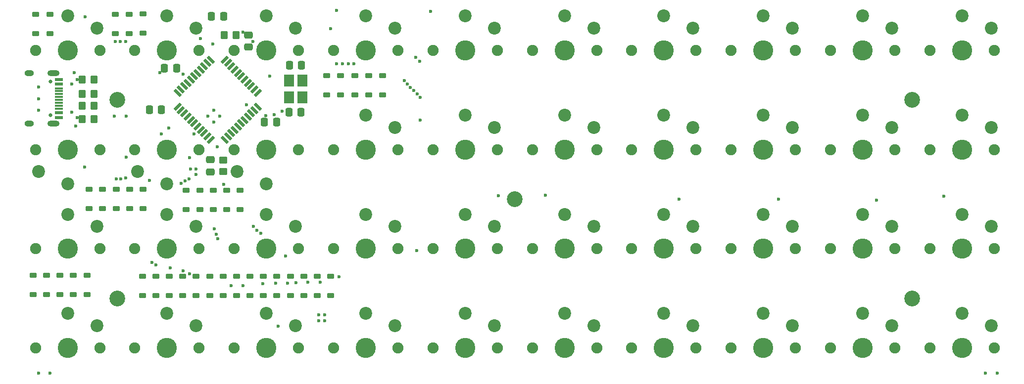
<source format=gbs>
G04 #@! TF.GenerationSoftware,KiCad,Pcbnew,8.0.9-8.0.9-0~ubuntu22.04.1*
G04 #@! TF.CreationDate,2025-05-22T00:01:40+08:00*
G04 #@! TF.ProjectId,macropad,6d616372-6f70-4616-942e-6b696361645f,rev?*
G04 #@! TF.SameCoordinates,Original*
G04 #@! TF.FileFunction,Soldermask,Bot*
G04 #@! TF.FilePolarity,Negative*
%FSLAX46Y46*%
G04 Gerber Fmt 4.6, Leading zero omitted, Abs format (unit mm)*
G04 Created by KiCad (PCBNEW 8.0.9-8.0.9-0~ubuntu22.04.1) date 2025-05-22 00:01:40*
%MOMM*%
%LPD*%
G01*
G04 APERTURE LIST*
G04 Aperture macros list*
%AMRoundRect*
0 Rectangle with rounded corners*
0 $1 Rounding radius*
0 $2 $3 $4 $5 $6 $7 $8 $9 X,Y pos of 4 corners*
0 Add a 4 corners polygon primitive as box body*
4,1,4,$2,$3,$4,$5,$6,$7,$8,$9,$2,$3,0*
0 Add four circle primitives for the rounded corners*
1,1,$1+$1,$2,$3*
1,1,$1+$1,$4,$5*
1,1,$1+$1,$6,$7*
1,1,$1+$1,$8,$9*
0 Add four rect primitives between the rounded corners*
20,1,$1+$1,$2,$3,$4,$5,0*
20,1,$1+$1,$4,$5,$6,$7,0*
20,1,$1+$1,$6,$7,$8,$9,0*
20,1,$1+$1,$8,$9,$2,$3,0*%
%AMRotRect*
0 Rectangle, with rotation*
0 The origin of the aperture is its center*
0 $1 length*
0 $2 width*
0 $3 Rotation angle, in degrees counterclockwise*
0 Add horizontal line*
21,1,$1,$2,0,0,$3*%
G04 Aperture macros list end*
%ADD10C,1.900000*%
%ADD11C,3.450000*%
%ADD12C,2.200000*%
%ADD13C,2.700000*%
%ADD14RoundRect,0.225000X0.375000X-0.225000X0.375000X0.225000X-0.375000X0.225000X-0.375000X-0.225000X0*%
%ADD15RoundRect,0.250000X-0.337500X-0.475000X0.337500X-0.475000X0.337500X0.475000X-0.337500X0.475000X0*%
%ADD16RoundRect,0.225000X-0.375000X0.225000X-0.375000X-0.225000X0.375000X-0.225000X0.375000X0.225000X0*%
%ADD17RoundRect,0.250000X-0.350000X-0.450000X0.350000X-0.450000X0.350000X0.450000X-0.350000X0.450000X0*%
%ADD18RoundRect,0.250000X0.350000X0.450000X-0.350000X0.450000X-0.350000X-0.450000X0.350000X-0.450000X0*%
%ADD19RoundRect,0.250000X0.337500X0.475000X-0.337500X0.475000X-0.337500X-0.475000X0.337500X-0.475000X0*%
%ADD20RoundRect,0.250000X0.475000X-0.337500X0.475000X0.337500X-0.475000X0.337500X-0.475000X-0.337500X0*%
%ADD21RoundRect,0.250000X-0.475000X0.337500X-0.475000X-0.337500X0.475000X-0.337500X0.475000X0.337500X0*%
%ADD22R,1.800000X2.100000*%
%ADD23RoundRect,0.250000X-0.450000X0.350000X-0.450000X-0.350000X0.450000X-0.350000X0.450000X0.350000X0*%
%ADD24C,0.650000*%
%ADD25R,1.450000X0.600000*%
%ADD26R,1.450000X0.300000*%
%ADD27O,1.600000X1.000000*%
%ADD28O,2.100000X1.000000*%
%ADD29RotRect,1.500000X0.550000X315.000000*%
%ADD30RotRect,1.500000X0.550000X225.000000*%
%ADD31C,0.600000*%
G04 APERTURE END LIST*
D10*
X157500000Y-116700000D03*
D11*
X163000000Y-116700000D03*
D10*
X168500000Y-116700000D03*
D12*
X163000000Y-110800000D03*
X168000000Y-112900000D03*
D10*
X208500000Y-99700000D03*
D11*
X214000000Y-99700000D03*
D10*
X219500000Y-99700000D03*
D12*
X214000000Y-93800000D03*
X219000000Y-95900000D03*
D10*
X191500000Y-99700000D03*
D11*
X197000000Y-99700000D03*
D10*
X202500000Y-99700000D03*
D12*
X197000000Y-93800000D03*
X202000000Y-95900000D03*
D10*
X89500000Y-65700000D03*
D11*
X95000000Y-65700000D03*
D10*
X100500000Y-65700000D03*
D12*
X95000000Y-59800000D03*
X100000000Y-61900000D03*
D10*
X123500000Y-65700000D03*
D11*
X129000000Y-65700000D03*
D10*
X134500000Y-65700000D03*
D12*
X129000000Y-59800000D03*
X134000000Y-61900000D03*
D10*
X72500000Y-99700000D03*
D11*
X78000000Y-99700000D03*
D10*
X83500000Y-99700000D03*
D12*
X78000000Y-93800000D03*
X83000000Y-95900000D03*
D10*
X157500000Y-65700000D03*
D11*
X163000000Y-65700000D03*
D10*
X168500000Y-65700000D03*
D12*
X163000000Y-59800000D03*
X168000000Y-61900000D03*
D10*
X140500000Y-116700000D03*
D11*
X146000000Y-116700000D03*
D10*
X151500000Y-116700000D03*
D12*
X146000000Y-110800000D03*
X151000000Y-112900000D03*
D10*
X72500000Y-65700000D03*
D11*
X78000000Y-65700000D03*
D10*
X83500000Y-65700000D03*
D12*
X78000000Y-59800000D03*
X83000000Y-61900000D03*
D13*
X205500000Y-108200000D03*
D10*
X191500000Y-116700000D03*
D11*
X197000000Y-116700000D03*
D10*
X202500000Y-116700000D03*
D12*
X197000000Y-110800000D03*
X202000000Y-112900000D03*
D10*
X123500000Y-99700000D03*
D11*
X129000000Y-99700000D03*
D10*
X134500000Y-99700000D03*
D12*
X129000000Y-93800000D03*
X134000000Y-95900000D03*
D13*
X69500000Y-108200000D03*
D10*
X157500000Y-82700000D03*
D11*
X163000000Y-82700000D03*
D10*
X168500000Y-82700000D03*
D12*
X163000000Y-76800000D03*
X168000000Y-78900000D03*
D10*
X106500000Y-65700000D03*
D11*
X112000000Y-65700000D03*
D10*
X117500000Y-65700000D03*
D12*
X112000000Y-59800000D03*
X117000000Y-61900000D03*
D13*
X69500000Y-74200000D03*
D10*
X174500000Y-116700000D03*
D11*
X180000000Y-116700000D03*
D10*
X185500000Y-116700000D03*
D12*
X180000000Y-110800000D03*
X185000000Y-112900000D03*
D10*
X123500000Y-116700000D03*
D11*
X129000000Y-116700000D03*
D10*
X134500000Y-116700000D03*
D12*
X129000000Y-110800000D03*
X134000000Y-112900000D03*
D10*
X174500000Y-65700000D03*
D11*
X180000000Y-65700000D03*
D10*
X185500000Y-65700000D03*
D12*
X180000000Y-59800000D03*
X185000000Y-61900000D03*
D10*
X208500000Y-116700000D03*
D11*
X214000000Y-116700000D03*
D10*
X219500000Y-116700000D03*
D12*
X214000000Y-110800000D03*
X219000000Y-112900000D03*
D10*
X55500000Y-65700000D03*
D11*
X61000000Y-65700000D03*
D10*
X66500000Y-65700000D03*
D12*
X61000000Y-59800000D03*
X66000000Y-61900000D03*
D10*
X89500000Y-99700000D03*
D11*
X95000000Y-99700000D03*
D10*
X100500000Y-99700000D03*
D12*
X95000000Y-93800000D03*
X100000000Y-95900000D03*
D10*
X140500000Y-82700000D03*
D11*
X146000000Y-82700000D03*
D10*
X151500000Y-82700000D03*
D12*
X146000000Y-76800000D03*
X151000000Y-78900000D03*
D10*
X83500000Y-82700000D03*
D11*
X78000000Y-82700000D03*
D10*
X72500000Y-82700000D03*
D12*
X78000000Y-88600000D03*
X73000000Y-86500000D03*
D10*
X100500000Y-82700000D03*
D11*
X95000000Y-82700000D03*
D10*
X89500000Y-82700000D03*
D12*
X95000000Y-88600000D03*
X90000000Y-86500000D03*
D10*
X55500000Y-99700000D03*
D11*
X61000000Y-99700000D03*
D10*
X66500000Y-99700000D03*
D12*
X61000000Y-93800000D03*
X66000000Y-95900000D03*
D10*
X106500000Y-116700000D03*
D11*
X112000000Y-116700000D03*
D10*
X117500000Y-116700000D03*
D12*
X112000000Y-110800000D03*
X117000000Y-112900000D03*
D10*
X66500000Y-82700000D03*
D11*
X61000000Y-82700000D03*
D10*
X55500000Y-82700000D03*
D12*
X61000000Y-88600000D03*
X56000000Y-86500000D03*
D13*
X205500000Y-74200000D03*
D10*
X72500000Y-116700000D03*
D11*
X78000000Y-116700000D03*
D10*
X83500000Y-116700000D03*
D12*
X78000000Y-110800000D03*
X83000000Y-112900000D03*
D10*
X191500000Y-65700000D03*
D11*
X197000000Y-65700000D03*
D10*
X202500000Y-65700000D03*
D12*
X197000000Y-59800000D03*
X202000000Y-61900000D03*
D10*
X106500000Y-82700000D03*
D11*
X112000000Y-82700000D03*
D10*
X117500000Y-82700000D03*
D12*
X112000000Y-76800000D03*
X117000000Y-78900000D03*
D10*
X174500000Y-82700000D03*
D11*
X180000000Y-82700000D03*
D10*
X185500000Y-82700000D03*
D12*
X180000000Y-76800000D03*
X185000000Y-78900000D03*
D10*
X123500000Y-82700000D03*
D11*
X129000000Y-82700000D03*
D10*
X134500000Y-82700000D03*
D12*
X129000000Y-76800000D03*
X134000000Y-78900000D03*
D10*
X208500000Y-65700000D03*
D11*
X214000000Y-65700000D03*
D10*
X219500000Y-65700000D03*
D12*
X214000000Y-59800000D03*
X219000000Y-61900000D03*
D10*
X208500000Y-82700000D03*
D11*
X214000000Y-82700000D03*
D10*
X219500000Y-82700000D03*
D12*
X214000000Y-76800000D03*
X219000000Y-78900000D03*
D10*
X157500000Y-99700000D03*
D11*
X163000000Y-99700000D03*
D10*
X168500000Y-99700000D03*
D12*
X163000000Y-93800000D03*
X168000000Y-95900000D03*
D13*
X137500000Y-91200000D03*
D10*
X89500000Y-116700000D03*
D11*
X95000000Y-116700000D03*
D10*
X100500000Y-116700000D03*
D12*
X95000000Y-110800000D03*
X100000000Y-112900000D03*
D10*
X140500000Y-99700000D03*
D11*
X146000000Y-99700000D03*
D10*
X151500000Y-99700000D03*
D12*
X146000000Y-93800000D03*
X151000000Y-95900000D03*
D10*
X106500000Y-99700000D03*
D11*
X112000000Y-99700000D03*
D10*
X117500000Y-99700000D03*
D12*
X112000000Y-93800000D03*
X117000000Y-95900000D03*
D10*
X174500000Y-99700000D03*
D11*
X180000000Y-99700000D03*
D10*
X185500000Y-99700000D03*
D12*
X180000000Y-93800000D03*
X185000000Y-95900000D03*
D10*
X55500000Y-116700000D03*
D11*
X61000000Y-116700000D03*
D10*
X66500000Y-116700000D03*
D12*
X61000000Y-110800000D03*
X66000000Y-112900000D03*
D10*
X140500000Y-65700000D03*
D11*
X146000000Y-65700000D03*
D10*
X151500000Y-65700000D03*
D12*
X146000000Y-59800000D03*
X151000000Y-61900000D03*
D10*
X191500000Y-82700000D03*
D11*
X197000000Y-82700000D03*
D10*
X202500000Y-82700000D03*
D12*
X197000000Y-76800000D03*
X202000000Y-78900000D03*
D14*
X83600000Y-92950000D03*
X83600000Y-89650000D03*
X69300000Y-92800000D03*
X69300000Y-89500000D03*
X78400000Y-107750000D03*
X78400000Y-104450000D03*
X112500000Y-73350000D03*
X112500000Y-70050000D03*
X73800000Y-107750000D03*
X73800000Y-104450000D03*
D15*
X98962500Y-68300000D03*
X101037500Y-68300000D03*
D16*
X71555556Y-59550000D03*
X71555556Y-62850000D03*
D17*
X63500000Y-73200000D03*
X65500000Y-73200000D03*
D14*
X90500000Y-92950000D03*
X90500000Y-89650000D03*
D16*
X87600000Y-104450000D03*
X87600000Y-107750000D03*
X101400000Y-104450000D03*
X101400000Y-107750000D03*
D14*
X81300000Y-92950000D03*
X81300000Y-89650000D03*
X67000000Y-92800000D03*
X67000000Y-89500000D03*
D16*
X99100000Y-104450000D03*
X99100000Y-107750000D03*
D18*
X65500000Y-77500000D03*
X63500000Y-77500000D03*
D15*
X85600000Y-59900000D03*
X87675000Y-59900000D03*
D14*
X73900000Y-92850000D03*
X73900000Y-89550000D03*
D19*
X77037500Y-75900000D03*
X74962500Y-75900000D03*
D15*
X94662500Y-78000000D03*
X96737500Y-78000000D03*
D16*
X96800000Y-104450000D03*
X96800000Y-107750000D03*
D14*
X76100000Y-107750000D03*
X76100000Y-104450000D03*
X114900000Y-73350000D03*
X114900000Y-70050000D03*
D16*
X55555556Y-59550000D03*
X55555556Y-62850000D03*
D20*
X91900000Y-65137500D03*
X91900000Y-63062500D03*
D14*
X64666667Y-92800000D03*
X64666667Y-89500000D03*
X64300000Y-107550000D03*
X64300000Y-104250000D03*
D18*
X65500000Y-75200000D03*
X63500000Y-75200000D03*
D14*
X55100000Y-107550000D03*
X55100000Y-104250000D03*
D16*
X94500000Y-104450000D03*
X94500000Y-107750000D03*
D19*
X79637500Y-68800000D03*
X77562500Y-68800000D03*
D14*
X85900000Y-92950000D03*
X85900000Y-89650000D03*
X105300000Y-73350000D03*
X105300000Y-70050000D03*
D21*
X85400000Y-84462500D03*
X85400000Y-86537500D03*
D16*
X85300000Y-104450000D03*
X85300000Y-107750000D03*
D22*
X98850000Y-73750000D03*
X98850000Y-70850000D03*
X101150000Y-70850000D03*
X101150000Y-73750000D03*
D16*
X69200000Y-59550000D03*
X69200000Y-62850000D03*
D14*
X59700000Y-107550000D03*
X59700000Y-104250000D03*
D16*
X58000000Y-59550000D03*
X58000000Y-62850000D03*
D14*
X62000000Y-107550000D03*
X62000000Y-104250000D03*
X83000000Y-107750000D03*
X83000000Y-104450000D03*
X80700000Y-107750000D03*
X80700000Y-104450000D03*
X71600000Y-92850000D03*
X71600000Y-89550000D03*
D16*
X73900000Y-59450000D03*
X73900000Y-62750000D03*
X92200000Y-104450000D03*
X92200000Y-107750000D03*
X89900000Y-104450000D03*
X89900000Y-107750000D03*
X106000000Y-104450000D03*
X106000000Y-107750000D03*
D18*
X65500000Y-70700000D03*
X63500000Y-70700000D03*
D23*
X87600000Y-84500000D03*
X87600000Y-86500000D03*
D14*
X88200000Y-92950000D03*
X88200000Y-89650000D03*
X107700000Y-73350000D03*
X107700000Y-70050000D03*
X110111108Y-73350000D03*
X110111108Y-70050000D03*
D24*
X58055000Y-76840000D03*
X58055000Y-71060000D03*
D25*
X59500000Y-77200000D03*
X59500000Y-76400000D03*
D26*
X59500000Y-75200000D03*
X59500000Y-74200000D03*
X59500000Y-73700000D03*
X59500000Y-72700000D03*
D25*
X59500000Y-71500000D03*
X59500000Y-70700000D03*
X59500000Y-70700000D03*
X59500000Y-71500000D03*
D26*
X59500000Y-72200000D03*
X59500000Y-73200000D03*
X59500000Y-74700000D03*
X59500000Y-75700000D03*
D25*
X59500000Y-76400000D03*
X59500000Y-77200000D03*
D27*
X54405000Y-78270000D03*
D28*
X58585000Y-78270000D03*
D27*
X54405000Y-69630000D03*
D28*
X58585000Y-69630000D03*
D29*
X79810555Y-72967409D03*
X80376241Y-72401724D03*
X80941926Y-71836039D03*
X81507611Y-71270353D03*
X82073297Y-70704668D03*
X82638982Y-70138982D03*
X83204668Y-69573297D03*
X83770353Y-69007611D03*
X84336039Y-68441926D03*
X84901724Y-67876241D03*
X85467409Y-67310555D03*
D30*
X87871573Y-67310555D03*
X88437258Y-67876241D03*
X89002943Y-68441926D03*
X89568629Y-69007611D03*
X90134314Y-69573297D03*
X90700000Y-70138982D03*
X91265685Y-70704668D03*
X91831371Y-71270353D03*
X92397056Y-71836039D03*
X92962741Y-72401724D03*
X93528427Y-72967409D03*
D29*
X93528427Y-75371573D03*
X92962741Y-75937258D03*
X92397056Y-76502943D03*
X91831371Y-77068629D03*
X91265685Y-77634314D03*
X90700000Y-78200000D03*
X90134314Y-78765685D03*
X89568629Y-79331371D03*
X89002943Y-79897056D03*
X88437258Y-80462741D03*
X87871573Y-81028427D03*
D30*
X85467409Y-81028427D03*
X84901724Y-80462741D03*
X84336039Y-79897056D03*
X83770353Y-79331371D03*
X83204668Y-78765685D03*
X82638982Y-78200000D03*
X82073297Y-77634314D03*
X81507611Y-77068629D03*
X80941926Y-76502943D03*
X80376241Y-75937258D03*
X79810555Y-75371573D03*
D18*
X89800000Y-63100000D03*
X87800000Y-63100000D03*
D14*
X57400000Y-107550000D03*
X57400000Y-104250000D03*
D19*
X100937500Y-76300000D03*
X98862500Y-76300000D03*
D16*
X103700000Y-104450000D03*
X103700000Y-107750000D03*
D31*
X56000000Y-76000000D03*
X107000000Y-68000000D03*
X109000000Y-68000000D03*
X62600000Y-77200000D03*
X108000000Y-68000000D03*
X105000000Y-111000000D03*
X91600000Y-75000000D03*
X80800000Y-69800000D03*
X97000000Y-113000000D03*
X71000000Y-84000000D03*
X64000000Y-60000000D03*
X56000000Y-74000000D03*
X87000000Y-77000000D03*
X58000000Y-121000000D03*
X85000000Y-77000000D03*
X91000000Y-62600000D03*
X83000000Y-86000000D03*
X106000000Y-62000000D03*
X56000000Y-72000000D03*
X220000000Y-121000000D03*
X104000000Y-111000000D03*
X83000000Y-87000000D03*
X105000000Y-112000000D03*
X123100000Y-59000000D03*
X86000000Y-78000000D03*
X56000000Y-121000000D03*
X69000000Y-77000000D03*
X107000000Y-58900000D03*
X75000000Y-88000000D03*
X218000000Y-121000000D03*
X71000000Y-77000000D03*
X104000000Y-112000000D03*
X62600000Y-70700000D03*
X77000000Y-80000000D03*
X82000000Y-86000000D03*
X85800000Y-64600000D03*
X76812500Y-69550000D03*
X86000000Y-76000000D03*
X89000000Y-106000000D03*
X91000000Y-106000000D03*
X110000000Y-68000000D03*
X96370889Y-76729111D03*
X182600000Y-91200000D03*
X63900000Y-85700000D03*
X210900000Y-90700000D03*
X134700000Y-90600000D03*
X199400000Y-91400000D03*
X120550000Y-66900000D03*
X98300000Y-100900000D03*
X81900000Y-84100000D03*
X121350000Y-77621428D03*
X121200000Y-67550000D03*
X120700000Y-100000000D03*
X82600000Y-80000000D03*
X165600000Y-91200000D03*
X97700000Y-76100000D03*
X61700000Y-71500000D03*
X95600000Y-70100000D03*
X78300000Y-79000000D03*
X92700000Y-64200000D03*
X61700000Y-76300000D03*
X83700000Y-63700000D03*
X86600000Y-82200000D03*
X94900000Y-76900000D03*
X62400000Y-78700000D03*
X62100000Y-69500000D03*
X142700000Y-90500000D03*
X87700000Y-88700000D03*
X81815544Y-87742228D03*
X121300330Y-73800460D03*
X81100000Y-88100000D03*
X120834599Y-73150000D03*
X80400000Y-88500000D03*
X120253650Y-72600000D03*
X119629149Y-72100000D03*
X70909620Y-87590380D03*
X119100000Y-71500000D03*
X70100000Y-87700000D03*
X69300000Y-87700000D03*
X118600000Y-70850000D03*
X92788258Y-95900000D03*
X86100000Y-96300000D03*
X86400000Y-97200000D03*
X93362068Y-96550000D03*
X94089811Y-97050000D03*
X86715136Y-98000000D03*
X75400000Y-102000000D03*
X76100000Y-102500000D03*
X78600000Y-103000000D03*
X80750000Y-103500000D03*
X81900000Y-104000000D03*
X94400000Y-105700000D03*
X96600000Y-105600000D03*
X98600000Y-105600000D03*
X100100000Y-105500000D03*
X102100000Y-105400000D03*
X104200000Y-105400000D03*
X107400000Y-104500000D03*
X70909622Y-64209621D03*
X70000003Y-64200000D03*
X69200000Y-64200000D03*
M02*

</source>
